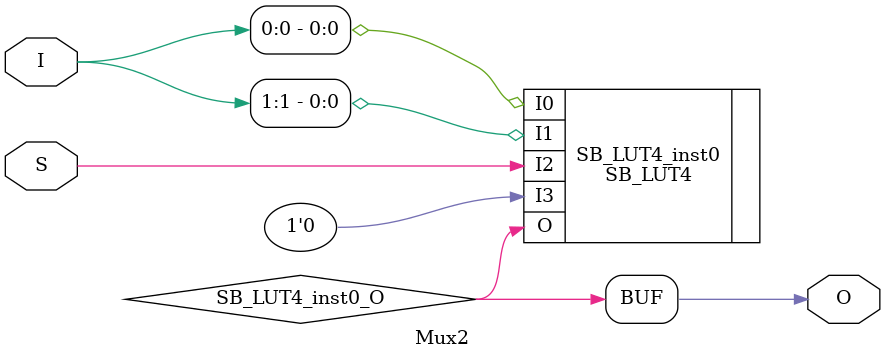
<source format=v>
module Mux2 (input [1:0] I, input  S, output  O);
wire  SB_LUT4_inst0_O;
SB_LUT4 #(.LUT_INIT(16'hCACA)) SB_LUT4_inst0 (.I0(I[0]), .I1(I[1]), .I2(S), .I3(1'b0), .O(SB_LUT4_inst0_O));
assign O = SB_LUT4_inst0_O;
endmodule


</source>
